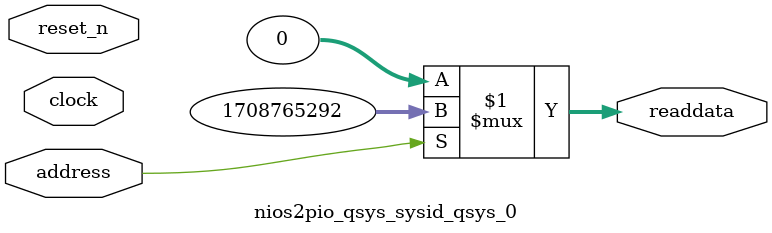
<source format=v>



// synthesis translate_off
`timescale 1ns / 1ps
// synthesis translate_on

// turn off superfluous verilog processor warnings 
// altera message_level Level1 
// altera message_off 10034 10035 10036 10037 10230 10240 10030 

module nios2pio_qsys_sysid_qsys_0 (
               // inputs:
                address,
                clock,
                reset_n,

               // outputs:
                readdata
             )
;

  output  [ 31: 0] readdata;
  input            address;
  input            clock;
  input            reset_n;

  wire    [ 31: 0] readdata;
  //control_slave, which is an e_avalon_slave
  assign readdata = address ? 1708765292 : 0;

endmodule



</source>
